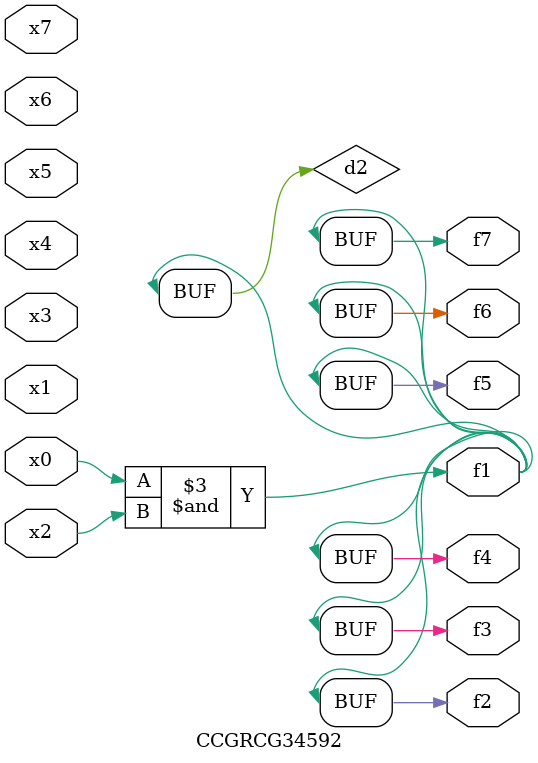
<source format=v>
module CCGRCG34592(
	input x0, x1, x2, x3, x4, x5, x6, x7,
	output f1, f2, f3, f4, f5, f6, f7
);

	wire d1, d2;

	nor (d1, x3, x6);
	and (d2, x0, x2);
	assign f1 = d2;
	assign f2 = d2;
	assign f3 = d2;
	assign f4 = d2;
	assign f5 = d2;
	assign f6 = d2;
	assign f7 = d2;
endmodule

</source>
